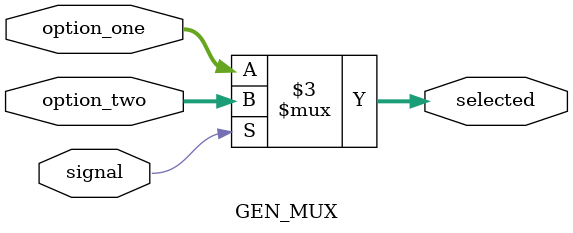
<source format=v>
module GEN_MUX(
    output reg[31:0] selected,
    input wire[31:0] option_one, option_two,
    input wire signal
);

    always @(*) begin
        if(signal) selected <=option_two;
        else 
        selected <=option_one;
    end

endmodule
</source>
